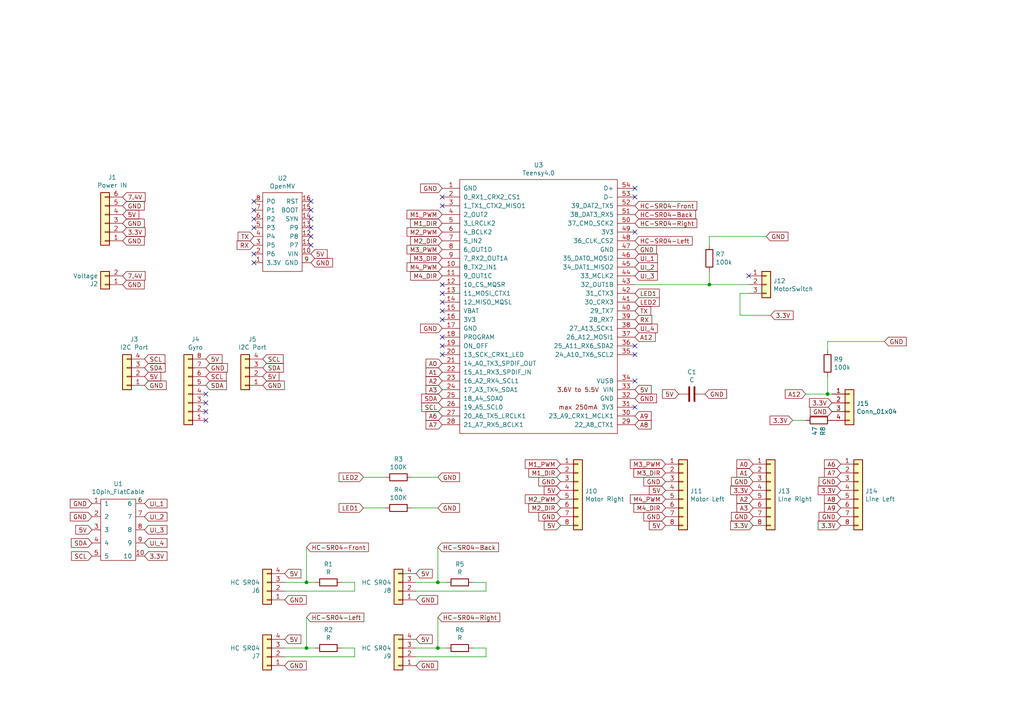
<source format=kicad_sch>
(kicad_sch (version 20211123) (generator eeschema)
  (paper "A4")
  (lib_symbols
    (symbol "Connector_Generic:Conn_01x02" (pin_names (offset 1.016) hide)
      (property "Reference" "J" (at 0 2.54 0))
      (property "Value" "Conn_01x02" (at 0 -5.08 0))
      (symbol "Conn_01x02_1_1"
        (rectangle (start -1.27 -2.413) (end 0 -2.667) (stroke (width 0.1524)))
        (rectangle (start -1.27 0.127) (end 0 -0.127) (stroke (width 0.1524)))
        (rectangle (start -1.27 1.27) (end 1.27 -3.81) (stroke (width 0.254)) (fill (type background)))
        (pin passive line (at -5.08 0 0) (length 3.81) (name "Pin_1") (number "1"))
        (pin passive line (at -5.08 -2.54 0) (length 3.81) (name "Pin_2") (number "2"))
      )
    )
    (symbol "Connector_Generic:Conn_01x03" (pin_names (offset 1.016) hide)
      (property "Reference" "J" (at 0 5.08 0))
      (property "Value" "Conn_01x03" (at 0 -5.08 0))
      (symbol "Conn_01x03_1_1"
        (rectangle (start -1.27 -2.413) (end 0 -2.667) (stroke (width 0.1524)))
        (rectangle (start -1.27 0.127) (end 0 -0.127) (stroke (width 0.1524)))
        (rectangle (start -1.27 2.667) (end 0 2.413) (stroke (width 0.1524)))
        (rectangle (start -1.27 3.81) (end 1.27 -3.81) (stroke (width 0.254)) (fill (type background)))
        (pin passive line (at -5.08 2.54 0) (length 3.81) (name "Pin_1") (number "1"))
        (pin passive line (at -5.08 0 0) (length 3.81) (name "Pin_2") (number "2"))
        (pin passive line (at -5.08 -2.54 0) (length 3.81) (name "Pin_3") (number "3"))
      )
    )
    (symbol "Connector_Generic:Conn_01x04" (pin_names (offset 1.016) hide)
      (property "Reference" "J" (at 0 5.08 0))
      (property "Value" "Conn_01x04" (at 0 -7.62 0))
      (symbol "Conn_01x04_1_1"
        (rectangle (start -1.27 -4.953) (end 0 -5.207) (stroke (width 0.1524)))
        (rectangle (start -1.27 -2.413) (end 0 -2.667) (stroke (width 0.1524)))
        (rectangle (start -1.27 0.127) (end 0 -0.127) (stroke (width 0.1524)))
        (rectangle (start -1.27 2.667) (end 0 2.413) (stroke (width 0.1524)))
        (rectangle (start -1.27 3.81) (end 1.27 -6.35) (stroke (width 0.254)) (fill (type background)))
        (pin passive line (at -5.08 2.54 0) (length 3.81) (name "Pin_1") (number "1"))
        (pin passive line (at -5.08 0 0) (length 3.81) (name "Pin_2") (number "2"))
        (pin passive line (at -5.08 -2.54 0) (length 3.81) (name "Pin_3") (number "3"))
        (pin passive line (at -5.08 -5.08 0) (length 3.81) (name "Pin_4") (number "4"))
      )
    )
    (symbol "Connector_Generic:Conn_01x06" (pin_names (offset 1.016) hide)
      (property "Reference" "J" (at 0 7.62 0))
      (property "Value" "Conn_01x06" (at 0 -10.16 0))
      (symbol "Conn_01x06_1_1"
        (rectangle (start -1.27 -7.493) (end 0 -7.747) (stroke (width 0.1524)))
        (rectangle (start -1.27 -4.953) (end 0 -5.207) (stroke (width 0.1524)))
        (rectangle (start -1.27 -2.413) (end 0 -2.667) (stroke (width 0.1524)))
        (rectangle (start -1.27 0.127) (end 0 -0.127) (stroke (width 0.1524)))
        (rectangle (start -1.27 2.667) (end 0 2.413) (stroke (width 0.1524)))
        (rectangle (start -1.27 5.207) (end 0 4.953) (stroke (width 0.1524)))
        (rectangle (start -1.27 6.35) (end 1.27 -8.89) (stroke (width 0.254)) (fill (type background)))
        (pin passive line (at -5.08 5.08 0) (length 3.81) (name "Pin_1") (number "1"))
        (pin passive line (at -5.08 2.54 0) (length 3.81) (name "Pin_2") (number "2"))
        (pin passive line (at -5.08 0 0) (length 3.81) (name "Pin_3") (number "3"))
        (pin passive line (at -5.08 -2.54 0) (length 3.81) (name "Pin_4") (number "4"))
        (pin passive line (at -5.08 -5.08 0) (length 3.81) (name "Pin_5") (number "5"))
        (pin passive line (at -5.08 -7.62 0) (length 3.81) (name "Pin_6") (number "6"))
      )
    )
    (symbol "Connector_Generic:Conn_01x08" (pin_names (offset 1.016) hide)
      (property "Reference" "J" (at 0 10.16 0))
      (property "Value" "Conn_01x08" (at 0 -12.7 0))
      (symbol "Conn_01x08_1_1"
        (rectangle (start -1.27 -10.033) (end 0 -10.287) (stroke (width 0.1524)))
        (rectangle (start -1.27 -7.493) (end 0 -7.747) (stroke (width 0.1524)))
        (rectangle (start -1.27 -4.953) (end 0 -5.207) (stroke (width 0.1524)))
        (rectangle (start -1.27 -2.413) (end 0 -2.667) (stroke (width 0.1524)))
        (rectangle (start -1.27 0.127) (end 0 -0.127) (stroke (width 0.1524)))
        (rectangle (start -1.27 2.667) (end 0 2.413) (stroke (width 0.1524)))
        (rectangle (start -1.27 5.207) (end 0 4.953) (stroke (width 0.1524)))
        (rectangle (start -1.27 7.747) (end 0 7.493) (stroke (width 0.1524)))
        (rectangle (start -1.27 8.89) (end 1.27 -11.43) (stroke (width 0.254)) (fill (type background)))
        (pin passive line (at -5.08 7.62 0) (length 3.81) (name "Pin_1") (number "1"))
        (pin passive line (at -5.08 5.08 0) (length 3.81) (name "Pin_2") (number "2"))
        (pin passive line (at -5.08 2.54 0) (length 3.81) (name "Pin_3") (number "3"))
        (pin passive line (at -5.08 0 0) (length 3.81) (name "Pin_4") (number "4"))
        (pin passive line (at -5.08 -2.54 0) (length 3.81) (name "Pin_5") (number "5"))
        (pin passive line (at -5.08 -5.08 0) (length 3.81) (name "Pin_6") (number "6"))
        (pin passive line (at -5.08 -7.62 0) (length 3.81) (name "Pin_7") (number "7"))
        (pin passive line (at -5.08 -10.16 0) (length 3.81) (name "Pin_8") (number "8"))
      )
    )
    (symbol "Device:C" (pin_numbers hide) (pin_names (offset 0.254))
      (property "Reference" "C" (at 0.635 2.54 0))
      (property "Value" "C" (at 0.635 -2.54 0))
      (symbol "C_0_1"
        (polyline (pts (xy -2.032 -0.762) (xy 2.032 -0.762)) (stroke (width 0.508)))
        (polyline (pts (xy -2.032 0.762) (xy 2.032 0.762)) (stroke (width 0.508)))
      )
      (symbol "C_1_1"
        (pin passive line (at 0 3.81 270) (length 2.794) (name "~") (number "1"))
        (pin passive line (at 0 -3.81 90) (length 2.794) (name "~") (number "2"))
      )
    )
    (symbol "Device:R" (pin_numbers hide) (pin_names (offset 0))
      (property "Reference" "R" (at 2.032 0 90))
      (property "Value" "R" (at 0 0 90))
      (symbol "R_0_1"
        (rectangle (start -1.016 -2.54) (end 1.016 2.54) (stroke (width 0.254)))
      )
      (symbol "R_1_1"
        (pin passive line (at 0 3.81 270) (length 1.27) (name "~") (number "1"))
        (pin passive line (at 0 -3.81 90) (length 1.27) (name "~") (number "2"))
      )
    )
    (symbol "MY_LIB:10pin_FlatCable" (pin_names (offset 1.016))
      (property "Reference" "U" (at 0 13.97 0))
      (property "Value" "MY_LIB_10pin_FlatCable" (at 0 11.43 0))
      (symbol "10pin_FlatCable_0_1"
        (rectangle (start -5.08 8.89) (end 5.08 -8.89))
      )
      (symbol "10pin_FlatCable_1_1"
        (pin input line (at -7.62 7.62 0) (length 2.54) (name "1") (number "1"))
        (pin input line (at 7.62 -7.62 180) (length 2.54) (name "10") (number "10"))
        (pin input line (at -7.62 3.81 0) (length 2.54) (name "2") (number "2"))
        (pin input line (at -7.62 0 0) (length 2.54) (name "3") (number "3"))
        (pin input line (at -7.62 -3.81 0) (length 2.54) (name "4") (number "4"))
        (pin input line (at -7.62 -7.62 0) (length 2.54) (name "5") (number "5"))
        (pin input line (at 7.62 7.62 180) (length 2.54) (name "6") (number "6"))
        (pin input line (at 7.62 3.81 180) (length 2.54) (name "7") (number "7"))
        (pin input line (at 7.62 0 180) (length 2.54) (name "8") (number "8"))
        (pin input line (at 7.62 -3.81 180) (length 2.54) (name "9") (number "9"))
      )
    )
    (symbol "MY_LIB:OpenMV" (pin_names (offset 1.016))
      (property "Reference" "U" (at 0 16.51 0))
      (property "Value" "MY_LIB_OpenMV" (at 0 13.97 0))
      (symbol "OpenMV_0_1"
        (rectangle (start -5.08 11.43) (end 6.35 -11.43))
      )
      (symbol "OpenMV_1_1"
        (pin input line (at -7.62 -8.89 0) (length 2.54) (name "3.3V") (number "1"))
        (pin input line (at 8.89 -6.35 180) (length 2.54) (name "VIN") (number "10"))
        (pin input line (at 8.89 -3.81 180) (length 2.54) (name "P7") (number "11"))
        (pin input line (at 8.89 -1.27 180) (length 2.54) (name "P8") (number "12"))
        (pin input line (at 8.89 1.27 180) (length 2.54) (name "P9") (number "13"))
        (pin input line (at 8.89 3.81 180) (length 2.54) (name "SYN") (number "14"))
        (pin input line (at 8.89 6.35 180) (length 2.54) (name "BOOT") (number "15"))
        (pin input line (at 8.89 8.89 180) (length 2.54) (name "RST") (number "16"))
        (pin input line (at -7.62 -6.35 0) (length 2.54) (name "P6") (number "2"))
        (pin input line (at -7.62 -3.81 0) (length 2.54) (name "P5") (number "3"))
        (pin input line (at -7.62 -1.27 0) (length 2.54) (name "P4") (number "4"))
        (pin input line (at -7.62 1.27 0) (length 2.54) (name "P3") (number "5"))
        (pin input line (at -7.62 3.81 0) (length 2.54) (name "P2") (number "6"))
        (pin input line (at -7.62 6.35 0) (length 2.54) (name "P1") (number "7"))
        (pin input line (at -7.62 8.89 0) (length 2.54) (name "P0") (number "8"))
        (pin input line (at 8.89 -8.89 180) (length 2.54) (name "GND") (number "9"))
      )
    )
    (symbol "teensy:Teensy4.0" (pin_names (offset 1.016))
      (property "Reference" "U" (at 0 39.37 0))
      (property "Value" "teensy_Teensy4.0" (at 0 -39.37 0))
      (symbol "Teensy4.0_0_0"
        (text "3.6V to 5.5V" (at 11.43 -24.13 0) (effects (font (size 1.27 1.27))))
        (text "max 250mA" (at 11.43 -29.21 0) (effects (font (size 1.27 1.27))))
        (pin bidirectional line (at -27.94 11.43 0) (length 5.08) (name "8_TX2_IN1") (number "10"))
        (pin bidirectional line (at -27.94 8.89 0) (length 5.08) (name "9_OUT1C") (number "11"))
        (pin bidirectional line (at -27.94 6.35 0) (length 5.08) (name "10_CS_MQSR") (number "12"))
        (pin bidirectional line (at -27.94 3.81 0) (length 5.08) (name "11_MOSI_CTX1") (number "13"))
        (pin bidirectional line (at -27.94 1.27 0) (length 5.08) (name "12_MISO_MQSL") (number "14"))
        (pin power_in line (at -27.94 -1.27 0) (length 5.08) (name "VBAT") (number "15"))
        (pin power_in line (at -27.94 -3.81 0) (length 5.08) (name "3V3") (number "16"))
        (pin power_in line (at -27.94 -6.35 0) (length 5.08) (name "GND") (number "17"))
        (pin input line (at -27.94 -8.89 0) (length 5.08) (name "PROGRAM") (number "18"))
        (pin input line (at -27.94 -11.43 0) (length 5.08) (name "ON_OFF") (number "19"))
        (pin bidirectional line (at -27.94 -13.97 0) (length 5.08) (name "13_SCK_CRX1_LED") (number "20"))
        (pin bidirectional line (at -27.94 -16.51 0) (length 5.08) (name "14_A0_TX3_SPDIF_OUT") (number "21"))
        (pin bidirectional line (at -27.94 -19.05 0) (length 5.08) (name "15_A1_RX3_SPDIF_IN") (number "22"))
        (pin bidirectional line (at -27.94 -21.59 0) (length 5.08) (name "16_A2_RX4_SCL1") (number "23"))
        (pin bidirectional line (at -27.94 -24.13 0) (length 5.08) (name "17_A3_TX4_SDA1") (number "24"))
        (pin bidirectional line (at -27.94 -26.67 0) (length 5.08) (name "18_A4_SDA0") (number "25"))
        (pin bidirectional line (at -27.94 -29.21 0) (length 5.08) (name "19_A5_SCL0") (number "26"))
        (pin bidirectional line (at -27.94 -31.75 0) (length 5.08) (name "20_A6_TX5_LRCLK1") (number "27"))
        (pin bidirectional line (at -27.94 -34.29 0) (length 5.08) (name "21_A7_RX5_BCLK1") (number "28"))
        (pin bidirectional line (at 27.94 -34.29 180) (length 5.08) (name "22_A8_CTX1") (number "29"))
        (pin bidirectional line (at 27.94 -31.75 180) (length 5.08) (name "23_A9_CRX1_MCLK1") (number "30"))
        (pin power_out line (at 27.94 -29.21 180) (length 5.08) (name "3V3") (number "31"))
        (pin power_in line (at 27.94 -26.67 180) (length 5.08) (name "GND") (number "32"))
        (pin power_in line (at 27.94 -24.13 180) (length 5.08) (name "VIN") (number "33"))
        (pin power_out line (at 27.94 -21.59 180) (length 5.08) (name "VUSB") (number "34"))
        (pin bidirectional line (at 27.94 -13.97 180) (length 5.08) (name "24_A10_TX6_SCL2") (number "35"))
        (pin bidirectional line (at 27.94 -11.43 180) (length 5.08) (name "25_A11_RX6_SDA2") (number "36"))
        (pin bidirectional line (at 27.94 -8.89 180) (length 5.08) (name "26_A12_MOSI1") (number "37"))
        (pin bidirectional line (at 27.94 -6.35 180) (length 5.08) (name "27_A13_SCK1") (number "38"))
        (pin bidirectional line (at 27.94 -3.81 180) (length 5.08) (name "28_RX7") (number "39"))
        (pin bidirectional line (at 27.94 -1.27 180) (length 5.08) (name "29_TX7") (number "40"))
        (pin bidirectional line (at 27.94 1.27 180) (length 5.08) (name "30_CRX3") (number "41"))
        (pin bidirectional line (at 27.94 3.81 180) (length 5.08) (name "31_CTX3") (number "42"))
        (pin bidirectional line (at 27.94 6.35 180) (length 5.08) (name "32_OUT1B") (number "43"))
        (pin bidirectional line (at 27.94 8.89 180) (length 5.08) (name "33_MCLK2") (number "44"))
        (pin bidirectional line (at 27.94 11.43 180) (length 5.08) (name "34_DAT1_MISO2") (number "45"))
        (pin bidirectional line (at 27.94 13.97 180) (length 5.08) (name "35_DAT0_MOSI2") (number "46"))
        (pin power_out line (at 27.94 16.51 180) (length 5.08) (name "GND") (number "47"))
        (pin bidirectional line (at 27.94 19.05 180) (length 5.08) (name "36_CLK_CS2") (number "48"))
        (pin power_out line (at 27.94 21.59 180) (length 5.08) (name "3V3") (number "49"))
        (pin bidirectional line (at -27.94 24.13 0) (length 5.08) (name "3_LRCLK2") (number "5"))
        (pin bidirectional line (at 27.94 24.13 180) (length 5.08) (name "37_CMD_SCK2") (number "50"))
        (pin bidirectional line (at 27.94 26.67 180) (length 5.08) (name "38_DAT3_RX5") (number "51"))
        (pin bidirectional line (at 27.94 29.21 180) (length 5.08) (name "39_DAT2_TX5") (number "52"))
        (pin bidirectional line (at 27.94 31.75 180) (length 5.08) (name "D-") (number "53"))
        (pin bidirectional line (at 27.94 34.29 180) (length 5.08) (name "D+") (number "54"))
        (pin bidirectional line (at -27.94 21.59 0) (length 5.08) (name "4_BCLK2") (number "6"))
        (pin bidirectional line (at -27.94 19.05 0) (length 5.08) (name "5_IN2") (number "7"))
        (pin bidirectional line (at -27.94 16.51 0) (length 5.08) (name "6_OUT1D") (number "8"))
        (pin bidirectional line (at -27.94 13.97 0) (length 5.08) (name "7_RX2_OUT1A") (number "9"))
      )
      (symbol "Teensy4.0_0_1"
        (rectangle (start -22.86 36.83) (end 22.86 -36.83))
        (rectangle (start -20.32 -31.75) (end -20.32 -31.75))
      )
      (symbol "Teensy4.0_1_1"
        (pin power_in line (at -27.94 34.29 0) (length 5.08) (name "GND") (number "1"))
        (pin bidirectional line (at -27.94 31.75 0) (length 5.08) (name "0_RX1_CRX2_CS1") (number "2"))
        (pin bidirectional line (at -27.94 29.21 0) (length 5.08) (name "1_TX1_CTX2_MISO1") (number "3"))
        (pin bidirectional line (at -27.94 26.67 0) (length 5.08) (name "2_OUT2") (number "4"))
      )
    )
  )
  (junction (at 240.03 114.3))
  (junction (at 127 187.96))
  (junction (at 205.74 82.55))
  (junction (at 127 168.91))
  (junction (at 88.9 187.96))
  (junction (at 88.9 168.91))
  (no_connect (at 90.17 58.42))
  (no_connect (at 184.15 54.61))
  (no_connect (at 90.17 71.12))
  (no_connect (at 128.27 92.71))
  (no_connect (at 90.17 60.96))
  (no_connect (at 73.66 63.5))
  (no_connect (at 128.27 97.79))
  (no_connect (at 184.15 57.15))
  (no_connect (at 90.17 68.58))
  (no_connect (at 128.27 59.69))
  (no_connect (at 73.66 73.66))
  (no_connect (at 128.27 102.87))
  (no_connect (at 128.27 85.09))
  (no_connect (at 73.66 60.96))
  (no_connect (at 184.15 118.11))
  (no_connect (at 59.69 114.3))
  (no_connect (at 59.69 119.38))
  (no_connect (at 128.27 57.15))
  (no_connect (at 128.27 100.33))
  (no_connect (at 128.27 90.17))
  (no_connect (at 184.15 100.33))
  (no_connect (at 73.66 66.04))
  (no_connect (at 73.66 76.2))
  (no_connect (at 73.66 58.42))
  (no_connect (at 128.27 87.63))
  (no_connect (at 217.17 80.01))
  (no_connect (at 90.17 66.04))
  (no_connect (at 59.69 116.84))
  (no_connect (at 184.15 110.49))
  (no_connect (at 59.69 121.92))
  (no_connect (at 184.15 102.87))
  (no_connect (at 90.17 63.5))
  (no_connect (at 128.27 82.55))
  (no_connect (at 184.15 67.31))
  (wire (pts (xy 140.97 171.45) (xy 140.97 168.91)))
  (wire (pts (xy 127 158.75) (xy 127 168.91)))
  (wire (pts (xy 120.65 171.45) (xy 140.97 171.45)))
  (wire (pts (xy 82.55 190.5) (xy 102.87 190.5)))
  (wire (pts (xy 214.63 91.44) (xy 223.52 91.44)))
  (wire (pts (xy 91.44 168.91) (xy 88.9 168.91)))
  (wire (pts (xy 88.9 187.96) (xy 91.44 187.96)))
  (wire (pts (xy 205.74 71.12) (xy 205.74 68.58)))
  (wire (pts (xy 105.41 147.32) (xy 111.76 147.32)))
  (wire (pts (xy 127 187.96) (xy 120.65 187.96)))
  (wire (pts (xy 127 147.32) (xy 119.38 147.32)))
  (wire (pts (xy 119.38 138.43) (xy 127 138.43)))
  (wire (pts (xy 240.03 99.06) (xy 256.54 99.06)))
  (wire (pts (xy 82.55 171.45) (xy 102.87 171.45)))
  (wire (pts (xy 240.03 101.6) (xy 240.03 99.06)))
  (wire (pts (xy 88.9 187.96) (xy 82.55 187.96)))
  (wire (pts (xy 205.74 82.55) (xy 184.15 82.55)))
  (wire (pts (xy 217.17 82.55) (xy 205.74 82.55)))
  (wire (pts (xy 205.74 68.58) (xy 222.25 68.58)))
  (wire (pts (xy 88.9 179.07) (xy 88.9 187.96)))
  (wire (pts (xy 217.17 85.09) (xy 214.63 85.09)))
  (wire (pts (xy 88.9 158.75) (xy 88.9 168.91)))
  (wire (pts (xy 120.65 190.5) (xy 140.97 190.5)))
  (wire (pts (xy 140.97 187.96) (xy 137.16 187.96)))
  (wire (pts (xy 205.74 78.74) (xy 205.74 82.55)))
  (wire (pts (xy 111.76 138.43) (xy 105.41 138.43)))
  (wire (pts (xy 88.9 168.91) (xy 82.55 168.91)))
  (wire (pts (xy 240.03 114.3) (xy 233.68 114.3)))
  (wire (pts (xy 102.87 190.5) (xy 102.87 187.96)))
  (wire (pts (xy 127 168.91) (xy 120.65 168.91)))
  (wire (pts (xy 140.97 190.5) (xy 140.97 187.96)))
  (wire (pts (xy 102.87 171.45) (xy 102.87 168.91)))
  (wire (pts (xy 241.3 114.3) (xy 240.03 114.3)))
  (wire (pts (xy 102.87 168.91) (xy 99.06 168.91)))
  (wire (pts (xy 240.03 109.22) (xy 240.03 114.3)))
  (wire (pts (xy 140.97 168.91) (xy 137.16 168.91)))
  (wire (pts (xy 129.54 168.91) (xy 127 168.91)))
  (wire (pts (xy 214.63 85.09) (xy 214.63 91.44)))
  (wire (pts (xy 102.87 187.96) (xy 99.06 187.96)))
  (wire (pts (xy 127 179.07) (xy 127 187.96)))
  (wire (pts (xy 233.68 121.92) (xy 229.87 121.92)))
  (wire (pts (xy 127 187.96) (xy 129.54 187.96)))
  (global_label "3.3V" (shape input) (at 241.3 116.84 180) (property "シート間のリファレンス" "${INTERSHEET_REFS}" (effects hide)))
  (global_label "A9" (shape input) (at 184.15 120.65 0) (property "シート間のリファレンス" "${INTERSHEET_REFS}" (effects hide)))
  (global_label "GND" (shape input) (at 184.15 72.39 0) (property "シート間のリファレンス" "${INTERSHEET_REFS}" (effects hide)))
  (global_label "A8" (shape input) (at 243.84 144.78 180) (property "シート間のリファレンス" "${INTERSHEET_REFS}" (effects hide)))
  (global_label "5V" (shape input) (at 90.17 73.66 0) (property "シート間のリファレンス" "${INTERSHEET_REFS}" (effects hide)))
  (global_label "LED2" (shape input) (at 105.41 138.43 180) (property "シート間のリファレンス" "${INTERSHEET_REFS}" (effects hide)))
  (global_label "GND" (shape input) (at 35.56 64.77 0) (property "シート間のリファレンス" "${INTERSHEET_REFS}" (effects hide)))
  (global_label "GND" (shape input) (at 90.17 76.2 0) (property "シート間のリファレンス" "${INTERSHEET_REFS}" (effects hide)))
  (global_label "5V" (shape input) (at 82.55 166.37 0) (property "シート間のリファレンス" "${INTERSHEET_REFS}" (effects hide)))
  (global_label "7.4V" (shape input) (at 35.56 57.15 0) (property "シート間のリファレンス" "${INTERSHEET_REFS}" (effects hide)))
  (global_label "GND" (shape input) (at 76.2 111.76 0) (property "シート間のリファレンス" "${INTERSHEET_REFS}" (effects hide)))
  (global_label "M3_PWM" (shape input) (at 193.04 134.62 180) (property "シート間のリファレンス" "${INTERSHEET_REFS}" (effects hide)))
  (global_label "M2_PWM" (shape input) (at 128.27 67.31 180) (property "シート間のリファレンス" "${INTERSHEET_REFS}" (effects hide)))
  (global_label "GND" (shape input) (at 128.27 54.61 180) (property "シート間のリファレンス" "${INTERSHEET_REFS}" (effects hide)))
  (global_label "GND" (shape input) (at 127 147.32 0) (property "シート間のリファレンス" "${INTERSHEET_REFS}" (effects hide)))
  (global_label "SDA" (shape input) (at 76.2 106.68 0) (property "シート間のリファレンス" "${INTERSHEET_REFS}" (effects hide)))
  (global_label "A1" (shape input) (at 218.44 137.16 180) (property "シート間のリファレンス" "${INTERSHEET_REFS}" (effects hide)))
  (global_label "3.3V" (shape input) (at 218.44 142.24 180) (property "シート間のリファレンス" "${INTERSHEET_REFS}" (effects hide)))
  (global_label "3.3V" (shape input) (at 243.84 142.24 180) (property "シート間のリファレンス" "${INTERSHEET_REFS}" (effects hide)))
  (global_label "SDA" (shape input) (at 59.69 111.76 0) (property "シート間のリファレンス" "${INTERSHEET_REFS}" (effects hide)))
  (global_label "HC-SR04-Left" (shape input) (at 88.9 179.07 0) (property "シート間のリファレンス" "${INTERSHEET_REFS}" (effects hide)))
  (global_label "GND" (shape input) (at 162.56 139.7 180) (property "シート間のリファレンス" "${INTERSHEET_REFS}" (effects hide)))
  (global_label "7.4V" (shape input) (at 35.56 80.01 0) (property "シート間のリファレンス" "${INTERSHEET_REFS}" (effects hide)))
  (global_label "GND" (shape input) (at 162.56 149.86 180) (property "シート間のリファレンス" "${INTERSHEET_REFS}" (effects hide)))
  (global_label "5V" (shape input) (at 193.04 152.4 180) (property "シート間のリファレンス" "${INTERSHEET_REFS}" (effects hide)))
  (global_label "GND" (shape input) (at 120.65 193.04 0) (property "シート間のリファレンス" "${INTERSHEET_REFS}" (effects hide)))
  (global_label "TX" (shape input) (at 73.66 68.58 180) (property "シート間のリファレンス" "${INTERSHEET_REFS}" (effects hide)))
  (global_label "HC-SR04-Front" (shape input) (at 88.9 158.75 0) (property "シート間のリファレンス" "${INTERSHEET_REFS}" (effects hide)))
  (global_label "M2_PWM" (shape input) (at 162.56 144.78 180) (property "シート間のリファレンス" "${INTERSHEET_REFS}" (effects hide)))
  (global_label "SCL" (shape input) (at 76.2 104.14 0) (property "シート間のリファレンス" "${INTERSHEET_REFS}" (effects hide)))
  (global_label "LED1" (shape input) (at 184.15 85.09 0) (property "シート間のリファレンス" "${INTERSHEET_REFS}" (effects hide)))
  (global_label "A7" (shape input) (at 128.27 123.19 180) (property "シート間のリファレンス" "${INTERSHEET_REFS}" (effects hide)))
  (global_label "SDA" (shape input) (at 41.91 106.68 0) (property "シート間のリファレンス" "${INTERSHEET_REFS}" (effects hide)))
  (global_label "5V" (shape input) (at 184.15 113.03 0) (property "シート間のリファレンス" "${INTERSHEET_REFS}" (effects hide)))
  (global_label "M2_DIR" (shape input) (at 128.27 69.85 180) (property "シート間のリファレンス" "${INTERSHEET_REFS}" (effects hide)))
  (global_label "A9" (shape input) (at 243.84 147.32 180) (property "シート間のリファレンス" "${INTERSHEET_REFS}" (effects hide)))
  (global_label "A0" (shape input) (at 218.44 134.62 180) (property "シート間のリファレンス" "${INTERSHEET_REFS}" (effects hide)))
  (global_label "A3" (shape input) (at 218.44 147.32 180) (property "シート間のリファレンス" "${INTERSHEET_REFS}" (effects hide)))
  (global_label "A6" (shape input) (at 243.84 134.62 180) (property "シート間のリファレンス" "${INTERSHEET_REFS}" (effects hide)))
  (global_label "3.3V" (shape input) (at 223.52 91.44 0) (property "シート間のリファレンス" "${INTERSHEET_REFS}" (effects hide)))
  (global_label "GND" (shape input) (at 243.84 139.7 180) (property "シート間のリファレンス" "${INTERSHEET_REFS}" (effects hide)))
  (global_label "A3" (shape input) (at 128.27 113.03 180) (property "シート間のリファレンス" "${INTERSHEET_REFS}" (effects hide)))
  (global_label "GND" (shape input) (at 26.67 149.86 180) (property "シート間のリファレンス" "${INTERSHEET_REFS}" (effects hide)))
  (global_label "A2" (shape input) (at 128.27 110.49 180) (property "シート間のリファレンス" "${INTERSHEET_REFS}" (effects hide)))
  (global_label "3.3V" (shape input) (at 218.44 152.4 180) (property "シート間のリファレンス" "${INTERSHEET_REFS}" (effects hide)))
  (global_label "GND" (shape input) (at 204.47 114.3 0) (property "シート間のリファレンス" "${INTERSHEET_REFS}" (effects hide)))
  (global_label "A7" (shape input) (at 243.84 137.16 180) (property "シート間のリファレンス" "${INTERSHEET_REFS}" (effects hide)))
  (global_label "A6" (shape input) (at 128.27 120.65 180) (property "シート間のリファレンス" "${INTERSHEET_REFS}" (effects hide)))
  (global_label "HC-SR04-Right" (shape input) (at 127 179.07 0) (property "シート間のリファレンス" "${INTERSHEET_REFS}" (effects hide)))
  (global_label "5V" (shape input) (at 162.56 142.24 180) (property "シート間のリファレンス" "${INTERSHEET_REFS}" (effects hide)))
  (global_label "GND" (shape input) (at 35.56 82.55 0) (property "シート間のリファレンス" "${INTERSHEET_REFS}" (effects hide)))
  (global_label "SCL" (shape input) (at 26.67 161.29 180) (property "シート間のリファレンス" "${INTERSHEET_REFS}" (effects hide)))
  (global_label "GND" (shape input) (at 218.44 149.86 180) (property "シート間のリファレンス" "${INTERSHEET_REFS}" (effects hide)))
  (global_label "UI_3" (shape input) (at 184.15 80.01 0) (property "シート間のリファレンス" "${INTERSHEET_REFS}" (effects hide)))
  (global_label "UI_4" (shape input) (at 184.15 95.25 0) (property "シート間のリファレンス" "${INTERSHEET_REFS}" (effects hide)))
  (global_label "TX" (shape input) (at 184.15 90.17 0) (property "シート間のリファレンス" "${INTERSHEET_REFS}" (effects hide)))
  (global_label "3.3V" (shape input) (at 35.56 67.31 0) (property "シート間のリファレンス" "${INTERSHEET_REFS}" (effects hide)))
  (global_label "GND" (shape input) (at 243.84 149.86 180) (property "シート間のリファレンス" "${INTERSHEET_REFS}" (effects hide)))
  (global_label "5V" (shape input) (at 76.2 109.22 0) (property "シート間のリファレンス" "${INTERSHEET_REFS}" (effects hide)))
  (global_label "UI_4" (shape input) (at 41.91 157.48 0) (property "シート間のリファレンス" "${INTERSHEET_REFS}" (effects hide)))
  (global_label "5V" (shape input) (at 120.65 166.37 0) (property "シート間のリファレンス" "${INTERSHEET_REFS}" (effects hide)))
  (global_label "GND" (shape input) (at 120.65 173.99 0) (property "シート間のリファレンス" "${INTERSHEET_REFS}" (effects hide)))
  (global_label "M3_DIR" (shape input) (at 128.27 74.93 180) (property "シート間のリファレンス" "${INTERSHEET_REFS}" (effects hide)))
  (global_label "UI_1" (shape input) (at 41.91 146.05 0) (property "シート間のリファレンス" "${INTERSHEET_REFS}" (effects hide)))
  (global_label "GND" (shape input) (at 59.69 106.68 0) (property "シート間のリファレンス" "${INTERSHEET_REFS}" (effects hide)))
  (global_label "SDA" (shape input) (at 128.27 115.57 180) (property "シート間のリファレンス" "${INTERSHEET_REFS}" (effects hide)))
  (global_label "LED2" (shape input) (at 184.15 87.63 0) (property "シート間のリファレンス" "${INTERSHEET_REFS}" (effects hide)))
  (global_label "A8" (shape input) (at 184.15 123.19 0) (property "シート間のリファレンス" "${INTERSHEET_REFS}" (effects hide)))
  (global_label "GND" (shape input) (at 26.67 146.05 180) (property "シート間のリファレンス" "${INTERSHEET_REFS}" (effects hide)))
  (global_label "RX" (shape input) (at 184.15 92.71 0) (property "シート間のリファレンス" "${INTERSHEET_REFS}" (effects hide)))
  (global_label "GND" (shape input) (at 35.56 69.85 0) (property "シート間のリファレンス" "${INTERSHEET_REFS}" (effects hide)))
  (global_label "GND" (shape input) (at 218.44 139.7 180) (property "シート間のリファレンス" "${INTERSHEET_REFS}" (effects hide)))
  (global_label "M4_DIR" (shape input) (at 128.27 80.01 180) (property "シート間のリファレンス" "${INTERSHEET_REFS}" (effects hide)))
  (global_label "HC-SR04-Left" (shape input) (at 184.15 69.85 0) (property "シート間のリファレンス" "${INTERSHEET_REFS}" (effects hide)))
  (global_label "GND" (shape input) (at 241.3 119.38 180) (property "シート間のリファレンス" "${INTERSHEET_REFS}" (effects hide)))
  (global_label "UI_2" (shape input) (at 184.15 77.47 0) (property "シート間のリファレンス" "${INTERSHEET_REFS}" (effects hide)))
  (global_label "HC-SR04-Front" (shape input) (at 184.15 59.69 0) (property "シート間のリファレンス" "${INTERSHEET_REFS}" (effects hide)))
  (global_label "M2_DIR" (shape input) (at 162.56 147.32 180) (property "シート間のリファレンス" "${INTERSHEET_REFS}" (effects hide)))
  (global_label "GND" (shape input) (at 184.15 115.57 0) (property "シート間のリファレンス" "${INTERSHEET_REFS}" (effects hide)))
  (global_label "A2" (shape input) (at 218.44 144.78 180) (property "シート間のリファレンス" "${INTERSHEET_REFS}" (effects hide)))
  (global_label "SCL" (shape input) (at 128.27 118.11 180) (property "シート間のリファレンス" "${INTERSHEET_REFS}" (effects hide)))
  (global_label "M4_DIR" (shape input) (at 193.04 147.32 180) (property "シート間のリファレンス" "${INTERSHEET_REFS}" (effects hide)))
  (global_label "LED1" (shape input) (at 105.41 147.32 180) (property "シート間のリファレンス" "${INTERSHEET_REFS}" (effects hide)))
  (global_label "M4_PWM" (shape input) (at 128.27 77.47 180) (property "シート間のリファレンス" "${INTERSHEET_REFS}" (effects hide)))
  (global_label "3.3V" (shape input) (at 229.87 121.92 180) (property "シート間のリファレンス" "${INTERSHEET_REFS}" (effects hide)))
  (global_label "GND" (shape input) (at 256.54 99.06 0) (property "シート間のリファレンス" "${INTERSHEET_REFS}" (effects hide)))
  (global_label "GND" (shape input) (at 222.25 68.58 0) (property "シート間のリファレンス" "${INTERSHEET_REFS}" (effects hide)))
  (global_label "5V" (shape input) (at 82.55 185.42 0) (property "シート間のリファレンス" "${INTERSHEET_REFS}" (effects hide)))
  (global_label "GND" (shape input) (at 82.55 173.99 0) (property "シート間のリファレンス" "${INTERSHEET_REFS}" (effects hide)))
  (global_label "SCL" (shape input) (at 41.91 104.14 0) (property "シート間のリファレンス" "${INTERSHEET_REFS}" (effects hide)))
  (global_label "A12" (shape input) (at 233.68 114.3 180) (property "シート間のリファレンス" "${INTERSHEET_REFS}" (effects hide)))
  (global_label "GND" (shape input) (at 128.27 95.25 180) (property "シート間のリファレンス" "${INTERSHEET_REFS}" (effects hide)))
  (global_label "GND" (shape input) (at 193.04 149.86 180) (property "シート間のリファレンス" "${INTERSHEET_REFS}" (effects hide)))
  (global_label "RX" (shape input) (at 73.66 71.12 180) (property "シート間のリファレンス" "${INTERSHEET_REFS}" (effects hide)))
  (global_label "A1" (shape input) (at 128.27 107.95 180) (property "シート間のリファレンス" "${INTERSHEET_REFS}" (effects hide)))
  (global_label "3.3V" (shape input) (at 243.84 152.4 180) (property "シート間のリファレンス" "${INTERSHEET_REFS}" (effects hide)))
  (global_label "UI_3" (shape input) (at 41.91 153.67 0) (property "シート間のリファレンス" "${INTERSHEET_REFS}" (effects hide)))
  (global_label "5V" (shape input) (at 41.91 109.22 0) (property "シート間のリファレンス" "${INTERSHEET_REFS}" (effects hide)))
  (global_label "M1_DIR" (shape input) (at 128.27 64.77 180) (property "シート間のリファレンス" "${INTERSHEET_REFS}" (effects hide)))
  (global_label "M1_DIR" (shape input) (at 162.56 137.16 180) (property "シート間のリファレンス" "${INTERSHEET_REFS}" (effects hide)))
  (global_label "HC-SR04-Back" (shape input) (at 127 158.75 0) (property "シート間のリファレンス" "${INTERSHEET_REFS}" (effects hide)))
  (global_label "M1_PWM" (shape input) (at 162.56 134.62 180) (property "シート間のリファレンス" "${INTERSHEET_REFS}" (effects hide)))
  (global_label "5V" (shape input) (at 193.04 142.24 180) (property "シート間のリファレンス" "${INTERSHEET_REFS}" (effects hide)))
  (global_label "M3_PWM" (shape input) (at 128.27 72.39 180) (property "シート間のリファレンス" "${INTERSHEET_REFS}" (effects hide)))
  (global_label "GND" (shape input) (at 35.56 59.69 0) (property "シート間のリファレンス" "${INTERSHEET_REFS}" (effects hide)))
  (global_label "5V" (shape input) (at 26.67 153.67 180) (property "シート間のリファレンス" "${INTERSHEET_REFS}" (effects hide)))
  (global_label "GND" (shape input) (at 193.04 139.7 180) (property "シート間のリファレンス" "${INTERSHEET_REFS}" (effects hide)))
  (global_label "HC-SR04-Right" (shape input) (at 184.15 64.77 0) (property "シート間のリファレンス" "${INTERSHEET_REFS}" (effects hide)))
  (global_label "GND" (shape input) (at 127 138.43 0) (property "シート間のリファレンス" "${INTERSHEET_REFS}" (effects hide)))
  (global_label "SCL" (shape input) (at 59.69 109.22 0) (property "シート間のリファレンス" "${INTERSHEET_REFS}" (effects hide)))
  (global_label "GND" (shape input) (at 41.91 111.76 0) (property "シート間のリファレンス" "${INTERSHEET_REFS}" (effects hide)))
  (global_label "GND" (shape input) (at 82.55 193.04 0) (property "シート間のリファレンス" "${INTERSHEET_REFS}" (effects hide)))
  (global_label "M4_PWM" (shape input) (at 193.04 144.78 180) (property "シート間のリファレンス" "${INTERSHEET_REFS}" (effects hide)))
  (global_label "5V" (shape input) (at 59.69 104.14 0) (property "シート間のリファレンス" "${INTERSHEET_REFS}" (effects hide)))
  (global_label "3.3V" (shape input) (at 41.91 161.29 0) (property "シート間のリファレンス" "${INTERSHEET_REFS}" (effects hide)))
  (global_label "M3_DIR" (shape input) (at 193.04 137.16 180) (property "シート間のリファレンス" "${INTERSHEET_REFS}" (effects hide)))
  (global_label "A12" (shape input) (at 184.15 97.79 0) (property "シート間のリファレンス" "${INTERSHEET_REFS}" (effects hide)))
  (global_label "5V" (shape input) (at 196.85 114.3 180) (property "シート間のリファレンス" "${INTERSHEET_REFS}" (effects hide)))
  (global_label "HC-SR04-Back" (shape input) (at 184.15 62.23 0) (property "シート間のリファレンス" "${INTERSHEET_REFS}" (effects hide)))
  (global_label "SDA" (shape input) (at 26.67 157.48 180) (property "シート間のリファレンス" "${INTERSHEET_REFS}" (effects hide)))
  (global_label "M1_PWM" (shape input) (at 128.27 62.23 180) (property "シート間のリファレンス" "${INTERSHEET_REFS}" (effects hide)))
  (global_label "A0" (shape input) (at 128.27 105.41 180) (property "シート間のリファレンス" "${INTERSHEET_REFS}" (effects hide)))
  (global_label "UI_2" (shape input) (at 41.91 149.86 0) (property "シート間のリファレンス" "${INTERSHEET_REFS}" (effects hide)))
  (global_label "5V" (shape input) (at 120.65 185.42 0) (property "シート間のリファレンス" "${INTERSHEET_REFS}" (effects hide)))
  (global_label "UI_1" (shape input) (at 184.15 74.93 0) (property "シート間のリファレンス" "${INTERSHEET_REFS}" (effects hide)))
  (global_label "5V" (shape input) (at 35.56 62.23 0) (property "シート間のリファレンス" "${INTERSHEET_REFS}" (effects hide)))
  (global_label "5V" (shape input) (at 162.56 152.4 180) (property "シート間のリファレンス" "${INTERSHEET_REFS}" (effects hide)))
  (symbol (lib_id "MY_LIB:OpenMV") (at 81.28 67.31 0) (unit 1)
    (property "Reference" "U2" (at 81.915 51.689 0))
    (property "Value" "OpenMV" (at 81.915 54.0004 0))
    (property "Footprint" "OpenMV_KICAD_LIB:OPENMV_H7" (effects hide))
  )
  (symbol (lib_id "Connector_Generic:Conn_01x06") (at 30.48 64.77 180) (unit 1)
    (property "Reference" "J1" (at 32.5628 51.435 0))
    (property "Value" "Power IN" (at 32.5628 53.7464 0))
    (property "Footprint" "Connector_JST:JST_XH_B6B-XH-A_1x06_P2.50mm_Vertical" (effects hide))
  )
  (symbol (lib_id "teensy:Teensy4.0") (at 156.21 88.9 0) (unit 1)
    (property "Reference" "U3" (at 156.21 47.879 0))
    (property "Value" "Teensy4.0" (at 156.21 50.1904 0))
    (property "Footprint" "teensy:Teensy40" (effects hide))
  )
  (symbol (lib_id "Device:C") (at 200.66 114.3 270) (unit 1)
    (property "Reference" "C1" (at 200.66 107.8992 90))
    (property "Value" "C" (at 200.66 110.2106 90))
    (property "Footprint" "Connector_PinSocket_2.54mm:PinSocket_1x02_P2.54mm_Vertical" (effects hide))
  )
  (symbol (lib_id "Connector_Generic:Conn_01x03") (at 222.25 82.55 0) (unit 1)
    (property "Reference" "J12" (at 224.282 81.4832 0) (effects (justify left)))
    (property "Value" "MotorSwitch" (at 224.282 83.7946 0) (effects (justify left)))
    (property "Footprint" "Connector_PinSocket_2.54mm:PinSocket_1x03_P2.54mm_Vertical" (effects hide))
  )
  (symbol (lib_id "Connector_Generic:Conn_01x04") (at 36.83 109.22 180) (unit 1)
    (property "Reference" "J3" (at 38.9128 98.425 0))
    (property "Value" "I2C Port" (at 38.9128 100.7364 0))
    (property "Footprint" "Connector_JST:JST_XH_B4B-XH-A_1x04_P2.50mm_Vertical" (effects hide))
  )
  (symbol (lib_id "Device:R") (at 205.74 74.93 0) (unit 1)
    (property "Reference" "R7" (at 207.518 73.7616 0) (effects (justify left)))
    (property "Value" "100k" (at 207.518 76.073 0) (effects (justify left)))
    (property "Footprint" "Resistor_THT:R_Axial_DIN0309_L9.0mm_D3.2mm_P12.70mm_Horizontal" (effects hide))
  )
  (symbol (lib_id "Connector_Generic:Conn_01x04") (at 71.12 109.22 180) (unit 1)
    (property "Reference" "J5" (at 73.2028 98.425 0))
    (property "Value" "I2C Port" (at 73.2028 100.7364 0))
    (property "Footprint" "Connector_JST:JST_XH_B4B-XH-A_1x04_P2.50mm_Vertical" (effects hide))
  )
  (symbol (lib_id "Device:R") (at 115.57 138.43 270) (unit 1)
    (property "Reference" "R3" (at 115.57 133.1722 90))
    (property "Value" "100K" (at 115.57 135.4836 90))
    (property "Footprint" "Resistor_THT:R_Axial_DIN0309_L9.0mm_D3.2mm_P12.70mm_Horizontal" (effects hide))
  )
  (symbol (lib_id "Device:R") (at 115.57 147.32 270) (unit 1)
    (property "Reference" "R4" (at 115.57 142.0622 90))
    (property "Value" "100K" (at 115.57 144.3736 90))
    (property "Footprint" "Resistor_THT:R_Axial_DIN0309_L9.0mm_D3.2mm_P12.70mm_Horizontal" (effects hide))
  )
  (symbol (lib_id "Connector_Generic:Conn_01x08") (at 54.61 114.3 180) (unit 1)
    (property "Reference" "J4" (at 56.6928 98.425 0))
    (property "Value" "Gyro" (at 56.6928 100.7364 0))
    (property "Footprint" "Connector_PinSocket_2.54mm:PinSocket_1x08_P2.54mm_Vertical" (effects hide))
  )
  (symbol (lib_id "Connector_Generic:Conn_01x08") (at 167.64 142.24 0) (unit 1)
    (property "Reference" "J10" (at 169.672 142.4432 0) (effects (justify left)))
    (property "Value" "Motor Right" (at 169.672 144.7546 0) (effects (justify left)))
    (property "Footprint" "Connector_JST:JST_XH_S8B-XH-A_1x08_P2.50mm_Horizontal" (effects hide))
  )
  (symbol (lib_id "Connector_Generic:Conn_01x08") (at 198.12 142.24 0) (unit 1)
    (property "Reference" "J11" (at 200.152 142.4432 0) (effects (justify left)))
    (property "Value" "Motor Left" (at 200.152 144.7546 0) (effects (justify left)))
    (property "Footprint" "Connector_JST:JST_XH_S8B-XH-A_1x08_P2.50mm_Horizontal" (effects hide))
  )
  (symbol (lib_id "Connector_Generic:Conn_01x08") (at 223.52 142.24 0) (unit 1)
    (property "Reference" "J13" (at 225.552 142.4432 0) (effects (justify left)))
    (property "Value" "LIne Right" (at 225.552 144.7546 0) (effects (justify left)))
    (property "Footprint" "Connector_JST:JST_XH_S8B-XH-A_1x08_P2.50mm_Horizontal" (effects hide))
  )
  (symbol (lib_id "Connector_Generic:Conn_01x08") (at 248.92 142.24 0) (unit 1)
    (property "Reference" "J14" (at 250.952 142.4432 0) (effects (justify left)))
    (property "Value" "Line Left" (at 250.952 144.7546 0) (effects (justify left)))
    (property "Footprint" "Connector_JST:JST_XH_S8B-XH-A_1x08_P2.50mm_Horizontal" (effects hide))
  )
  (symbol (lib_id "Connector_Generic:Conn_01x04") (at 77.47 190.5 180) (unit 1)
    (property "Reference" "J7" (at 75.438 190.2968 0) (effects (justify left)))
    (property "Value" "HC SR04" (at 75.438 187.9854 0) (effects (justify left)))
    (property "Footprint" "Connector_PinSocket_2.54mm:PinSocket_1x04_P2.54mm_Vertical" (effects hide))
  )
  (symbol (lib_id "Device:R") (at 95.25 187.96 270) (unit 1)
    (property "Reference" "R2" (at 95.25 182.7022 90))
    (property "Value" "R" (at 95.25 185.0136 90))
    (property "Footprint" "Resistor_THT:R_Axial_DIN0309_L9.0mm_D3.2mm_P12.70mm_Horizontal" (effects hide))
  )
  (symbol (lib_id "Connector_Generic:Conn_01x04") (at 115.57 190.5 180) (unit 1)
    (property "Reference" "J9" (at 113.538 190.2968 0) (effects (justify left)))
    (property "Value" "HC SR04" (at 113.538 187.9854 0) (effects (justify left)))
    (property "Footprint" "Connector_PinSocket_2.54mm:PinSocket_1x04_P2.54mm_Vertical" (effects hide))
  )
  (symbol (lib_id "Device:R") (at 133.35 187.96 270) (unit 1)
    (property "Reference" "R6" (at 133.35 182.7022 90))
    (property "Value" "R" (at 133.35 185.0136 90))
    (property "Footprint" "Resistor_THT:R_Axial_DIN0309_L9.0mm_D3.2mm_P12.70mm_Horizontal" (effects hide))
  )
  (symbol (lib_id "Connector_Generic:Conn_01x04") (at 77.47 171.45 180) (unit 1)
    (property "Reference" "J6" (at 75.438 171.2468 0) (effects (justify left)))
    (property "Value" "HC SR04" (at 75.438 168.9354 0) (effects (justify left)))
    (property "Footprint" "Connector_PinSocket_2.54mm:PinSocket_1x04_P2.54mm_Vertical" (effects hide))
  )
  (symbol (lib_id "Device:R") (at 95.25 168.91 270) (unit 1)
    (property "Reference" "R1" (at 95.25 163.6522 90))
    (property "Value" "R" (at 95.25 165.9636 90))
    (property "Footprint" "Resistor_THT:R_Axial_DIN0309_L9.0mm_D3.2mm_P12.70mm_Horizontal" (effects hide))
  )
  (symbol (lib_id "Connector_Generic:Conn_01x04") (at 115.57 171.45 180) (unit 1)
    (property "Reference" "J8" (at 113.538 171.2468 0) (effects (justify left)))
    (property "Value" "HC SR04" (at 113.538 168.9354 0) (effects (justify left)))
    (property "Footprint" "Connector_PinSocket_2.54mm:PinSocket_1x04_P2.54mm_Vertical" (effects hide))
  )
  (symbol (lib_id "Device:R") (at 133.35 168.91 270) (unit 1)
    (property "Reference" "R5" (at 133.35 163.6522 90))
    (property "Value" "R" (at 133.35 165.9636 90))
    (property "Footprint" "Resistor_THT:R_Axial_DIN0309_L9.0mm_D3.2mm_P12.70mm_Horizontal" (effects hide))
  )
  (symbol (lib_id "MY_LIB:10pin_FlatCable") (at 34.29 153.67 0) (unit 1)
    (property "Reference" "U1" (at 34.29 140.335 0))
    (property "Value" "10pin_FlatCable" (at 34.29 142.6464 0))
    (property "Footprint" "My_Lib:20pin_FlatCable" (effects hide))
  )
  (symbol (lib_id "Connector_Generic:Conn_01x02") (at 30.48 82.55 180) (unit 1)
    (property "Reference" "J2" (at 28.448 82.3468 0) (effects (justify left)))
    (property "Value" "Voltage" (at 28.448 80.0354 0) (effects (justify left)))
    (property "Footprint" "Connector_JST:JST_XH_B2B-XH-A_1x02_P2.50mm_Vertical" (effects hide))
  )
  (symbol (lib_id "Connector_Generic:Conn_01x04") (at 246.38 116.84 0) (unit 1)
    (property "Reference" "J15" (at 248.412 117.0432 0) (effects (justify left)))
    (property "Value" "Conn_01x04" (at 248.412 119.3546 0) (effects (justify left)))
    (property "Footprint" "Connector_JST:JST_XH_B4B-XH-A_1x04_P2.50mm_Vertical" (effects hide))
  )
  (symbol (lib_id "Device:R") (at 240.03 105.41 0) (unit 1)
    (property "Reference" "R9" (at 241.808 104.2416 0) (effects (justify left)))
    (property "Value" "100k" (at 241.808 106.553 0) (effects (justify left)))
    (property "Footprint" "Resistor_THT:R_Axial_DIN0309_L9.0mm_D3.2mm_P12.70mm_Horizontal" (effects hide))
  )
  (symbol (lib_id "Device:R") (at 237.49 121.92 270) (unit 1)
    (property "Reference" "R8" (at 238.6584 123.698 0) (effects (justify left)))
    (property "Value" "47" (at 236.347 123.698 0) (effects (justify left)))
    (property "Footprint" "Resistor_THT:R_Axial_DIN0309_L9.0mm_D3.2mm_P12.70mm_Horizontal" (effects hide))
  )
)
</source>
